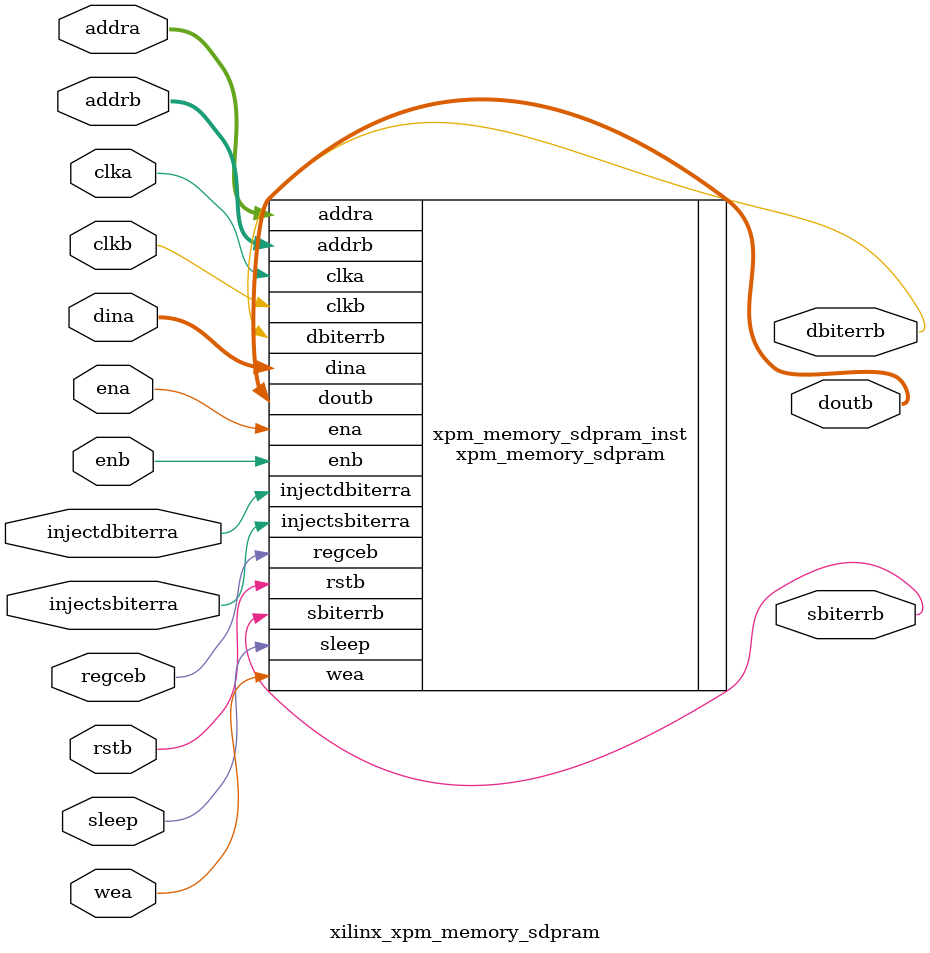
<source format=sv>
/*
xilinx_xpm_memory_sdpram#(
    .MEMORY_SIZE                     (2048          ),// DECIMAL
    .ADDR_WIDTH_A                    (6             ),// DECIMAL
    .ADDR_WIDTH_B                    (6             ),// DECIMAL
    .WRITE_DATA_WIDTH_A              (32            ),// DECIMAL
    .BYTE_WRITE_WIDTH_A              (32            ),// DECIMAL
    .READ_DATA_WIDTH_B               (32            ),// DECIMAL
    .READ_LATENCY_B                  (2             ),// DECIMAL
    .READ_RESET_VALUE_B              ("0"           ),// String
    .WRITE_MODE_B                    ("no_change"   ),// String
    .WRITE_PROTECT                   (1             ) // DECIMAL
   )xilinx_xpm_memory_sdpram_dut(
        .clka               (),//input   wire                                                
        .addra              (),//input   wire    [ADDR_WIDTH_A-1:0]                          
        .dina               (),//input   wire    [WRITE_DATA_WIDTH_A-1:0]                    
        .ena                (),//input   wire                                                
        .wea                (),//input   wire    [WRITE_DATA_WIDTH_A/BYTE_WRITE_WIDTH_A-1:0] 

        .clkb               (),//input   wire                                                
        .addrb              (),//input   wire    [ADDR_WIDTH_B-1:0]                          
        .doutb              (),//output  wire    [WRITE_DATA_WIDTH_B-1:0]                    
        .enb                (),//input   wire                                                

        .dbiterrb           (),//output  wire                                                
        .sbiterrb           (),//output  wire                                                
        .injectdbiterra     (),//input   wire                                                
        .injectsbiterra     (),//input   wire                                                
        .regceb             (),//input   wire                                                
        .rstb               (),//input   wire                                                
        .sleep              () //input   wire                                                
);
*/
module xilinx_xpm_memory_sdpram#(
    parameter CASCADE_HEIGHT                  =0,// DECIMAL
    parameter CLOCKING_MODE                   ="common_clock",// String
    parameter ECC_MODE                        ="no_ecc",// String
    parameter MEMORY_INIT_FILE                ="none",// String
    parameter MEMORY_INIT_PARAM               ="0",// String
    parameter MEMORY_OPTIMIZATION             ="true",// String
    parameter MEMORY_PRIMITIVE                ="auto",// String
    parameter MESSAGE_CONTROL                 =0,// DECIMAL
    parameter RST_MODE_A                      ="SYNC",// String
    parameter RST_MODE_B                      ="SYNC",// String
    parameter SIM_ASSERT_CHK                  =0,// DECIMAL; 0=disable simulation messages, 1=enable simulation messages
    parameter USE_EMBEDDED_CONSTRAINT         =0,// DECIMAL
    parameter USE_MEM_INIT                    =1,// DECIMAL
    parameter USE_MEM_INIT_MMI                =0,// DECIMAL
    parameter WAKEUP_TIME                     ="disable_sleep",// String
    parameter AUTO_SLEEP_TIME                 =0,// DECIMAL
    parameter MEMORY_SIZE                     =2048,// DECIMAL
    parameter ADDR_WIDTH_A                    =6,// DECIMAL
    parameter ADDR_WIDTH_B                    =6,// DECIMAL
    parameter WRITE_DATA_WIDTH_A              =32,// DECIMAL
    parameter BYTE_WRITE_WIDTH_A              =32,// DECIMAL
    parameter READ_DATA_WIDTH_B               =32,// DECIMAL
    parameter READ_LATENCY_B                  =2,// DECIMAL
    parameter READ_RESET_VALUE_B              ="0",// String
    parameter WRITE_MODE_B                    ="no_change",// String
    parameter WRITE_PROTECT                   =1// DECIMAL
   )(
        input   wire                                                clka    ,
        input   wire    [ADDR_WIDTH_A-1:0]                          addra   ,
        input   wire    [WRITE_DATA_WIDTH_A-1:0]                    dina    ,
        input   wire                                                ena     ,
        input   wire    [WRITE_DATA_WIDTH_A/BYTE_WRITE_WIDTH_A-1:0] wea     ,

        input   wire                                                clkb    ,
        input   wire    [ADDR_WIDTH_B-1:0]                          addrb   ,
        output  wire    [READ_DATA_WIDTH_B-1:0]                     doutb   ,
        input   wire                                                enb     ,

        output  wire                                                dbiterrb        ,
        output  wire                                                sbiterrb        ,
        input   wire                                                injectdbiterra  ,
        input   wire                                                injectsbiterra  ,
        input   wire                                                regceb          ,
        input   wire                                                rstb            ,
        input   wire                                                sleep            
);
// XPM_MEMORY instantiation template for Simple Dual Port RAM configurations
// Refer to the targeted device family architecture libraries guide for XPM_MEMORY documentation
// =======================================================================================================================

// Parameter usage table, organized as follows:
// +---------------------------------------------------------------------------------------------------------------------+
// | Parameter name       | Data type          | Restrictions, if applicable                                             |
// |---------------------------------------------------------------------------------------------------------------------|
// | Description                                                                                                         |
// +---------------------------------------------------------------------------------------------------------------------+
// +---------------------------------------------------------------------------------------------------------------------+
// | ADDR_WIDTH_A         | Integer            | Range: 1 - 20. Default value = 6.                                       |
// |---------------------------------------------------------------------------------------------------------------------|
// | Specify the width of the port A address port addra, in bits.                                                        |
// | Must be large enough to access the entire memory from port A, i.e. &gt;= $clog2(MEMORY_SIZE/WRITE_DATA_WIDTH_A).    |
// +---------------------------------------------------------------------------------------------------------------------+
// | ADDR_WIDTH_B         | Integer            | Range: 1 - 20. Default value = 6.                                       |
// |---------------------------------------------------------------------------------------------------------------------|
// | Specify the width of the port B address port addrb, in bits.                                                        |
// | Must be large enough to access the entire memory from port B, i.e. &gt;= $clog2(MEMORY_SIZE/READ_DATA_WIDTH_B).     |
// +---------------------------------------------------------------------------------------------------------------------+
// | AUTO_SLEEP_TIME      | Integer            | Range: 0 - 15. Default value = 0.                                       |
// |---------------------------------------------------------------------------------------------------------------------|
// | Number of clk[a|b] cycles to auto-sleep, if feature is available in architecture.                                   |
// |                                                                                                                     |
// |   0 - Disable auto-sleep feature                                                                                    |
// |   3-15 - Number of auto-sleep latency cycles                                                                        |
// |                                                                                                                     |
// | Do not change from the value provided in the template instantiation.                                                |
// +---------------------------------------------------------------------------------------------------------------------+
// | BYTE_WRITE_WIDTH_A   | Integer            | Range: 1 - 4608. Default value = 32.                                    |
// |---------------------------------------------------------------------------------------------------------------------|
// | To enable byte-wide writes on port A, specify the byte width, in bits.                                              |
// |                                                                                                                     |
// |   8- 8-bit byte-wide writes, legal when WRITE_DATA_WIDTH_A is an integer multiple of 8                              |
// |   9- 9-bit byte-wide writes, legal when WRITE_DATA_WIDTH_A is an integer multiple of 9                              |
// |                                                                                                                     |
// | Or to enable word-wide writes on port A, specify the same value as for WRITE_DATA_WIDTH_A.                          |
// +---------------------------------------------------------------------------------------------------------------------+
// | CASCADE_HEIGHT       | Integer            | Range: 0 - 64. Default value = 0.                                       |
// |---------------------------------------------------------------------------------------------------------------------|
// | 0- No Cascade Height, Allow Vivado Synthesis to choose.                                                             |
// | 1 or more - Vivado Synthesis sets the specified value as Cascade Height.                                            |
// +---------------------------------------------------------------------------------------------------------------------+
// | CLOCKING_MODE        | String             | Allowed values: common_clock, independent_clock. Default value = common_clock.|
// |---------------------------------------------------------------------------------------------------------------------|
// | Designate whether port A and port B are clocked with a common clock or with independent clocks.                     |
// |                                                                                                                     |
// |   "common_clock"- Common clocking; clock both port A and port B with clka                                           |
// |   "independent_clock"- Independent clocking; clock port A with clka and port B with clkb                            |
// +---------------------------------------------------------------------------------------------------------------------+
// | ECC_MODE             | String             | Allowed values: no_ecc, both_encode_and_decode, decode_only, encode_only. Default value = no_ecc.|
// |---------------------------------------------------------------------------------------------------------------------|
// |                                                                                                                     |
// |   "no_ecc" - Disables ECC                                                                                           |
// |   "encode_only" - Enables ECC Encoder only                                                                          |
// |   "decode_only" - Enables ECC Decoder only                                                                          |
// |   "both_encode_and_decode" - Enables both ECC Encoder and Decoder                                                   |
// +---------------------------------------------------------------------------------------------------------------------+
// | MEMORY_INIT_FILE     | String             | Default value = none.                                                   |
// |---------------------------------------------------------------------------------------------------------------------|
// | Specify "none" (including quotes) for no memory initialization, or specify the name of a memory initialization file.|
// | Enter only the name of the file with .mem extension, including quotes but without path (e.g. "my_file.mem").        |
// | File format must be ASCII and consist of only hexadecimal values organized into the specified depth by              |
// | narrowest data width generic value of the memory. Initialization of memory happens through the file name specified only|
// | when parameter MEMORY_INIT_PARAM value is equal to "".                                                              |
// | When using XPM_MEMORY in a project, add the specified file to the Vivado project as a design source.                |
// +---------------------------------------------------------------------------------------------------------------------+
// | MEMORY_INIT_PARAM    | String             | Default value = 0.                                                      |
// |---------------------------------------------------------------------------------------------------------------------|
// | Specify "" or "0" (including quotes) for no memory initialization through parameter, or specify the string          |
// | containing the hex characters. Enter only hex characters with each location separated by delimiter (,).             |
// | Parameter format must be ASCII and consist of only hexadecimal values organized into the specified depth by         |
// | narrowest data width generic value of the memory.For example, if the narrowest data width is 8, and the depth of    |
// | memory is 8 locations, then the parameter value should be passed as shown below.                                    |
// | parameter MEMORY_INIT_PARAM = "AB,CD,EF,1,2,34,56,78"                                                               |
// | Where "AB" is the 0th location and "78" is the 7th location.                                                        |
// +---------------------------------------------------------------------------------------------------------------------+
// | MEMORY_OPTIMIZATION  | String             | Allowed values: true, false. Default value = true.                      |
// |---------------------------------------------------------------------------------------------------------------------|
// | Specify "true" to enable the optimization of unused memory or bits in the memory structure. Specify "false" to      |
// | disable the optimization of unused memory or bits in the memory structure.                                          |
// +---------------------------------------------------------------------------------------------------------------------+
// | MEMORY_PRIMITIVE     | String             | Allowed values: auto, block, distributed, mixed, ultra. Default value = auto.|
// |---------------------------------------------------------------------------------------------------------------------|
// | Designate the memory primitive (resource type) to use.                                                              |
// |                                                                                                                     |
// |   "auto"- Allow Vivado Synthesis to choose                                                                          |
// |   "distributed"- Distributed memory                                                                                 |
// |   "block"- Block memory                                                                                             |
// |   "ultra"- Ultra RAM memory                                                                                         |
// |   "mixed"- Mixed memory                                                                                             |
// |                                                                                                                     |
// | NOTE: There may be a behavior mismatch if Block RAM or Ultra RAM specific features, like ECC or Asymmetry, are selected with MEMORY_PRIMITIVE set to "auto".|
// +---------------------------------------------------------------------------------------------------------------------+
// | MEMORY_SIZE          | Integer            | Range: 2 - 150994944. Default value = 2048.                             |
// |---------------------------------------------------------------------------------------------------------------------|
// | Specify the total memory array size, in bits. For example, enter 65536 for a 2kx32 RAM.                             |
// |                                                                                                                     |
// |   When ECC is enabled and set to "encode_only", then the memory size has to be multiples of READ_DATA_WIDTH_B       |
// |   When ECC is enabled and set to "decode_only", then the memory size has to be multiples of WRITE_DATA_WIDTH_A      |
// +---------------------------------------------------------------------------------------------------------------------+
// | MESSAGE_CONTROL      | Integer            | Range: 0 - 1. Default value = 0.                                        |
// |---------------------------------------------------------------------------------------------------------------------|
// | Specify 1 to enable the dynamic message reporting such as collision warnings, and 0 to disable the message reporting|
// +---------------------------------------------------------------------------------------------------------------------+
// | READ_DATA_WIDTH_B    | Integer            | Range: 1 - 4608. Default value = 32.                                    |
// |---------------------------------------------------------------------------------------------------------------------|
// | Specify the width of the port B read data output port doutb, in bits.                                               |
// |                                                                                                                     |
// |   When ECC is enabled and set to "encode_only", then READ_DATA_WIDTH_B has to be multiples of 72-bits               |
// |   When ECC is enabled and set to "decode_only" or "both_encode_and_decode", then READ_DATA_WIDTH_B has to be        |
// | multiples of 64-bits                                                                                                |
// +---------------------------------------------------------------------------------------------------------------------+
// | READ_LATENCY_B       | Integer            | Range: 0 - 100. Default value = 2.                                      |
// |---------------------------------------------------------------------------------------------------------------------|
// | Specify the number of register stages in the port B read data pipeline. Read data output to port doutb takes this   |
// | number of clkb cycles (clka when CLOCKING_MODE is "common_clock").                                                  |
// | To target block memory, a value of 1 or larger is required- 1 causes use of memory latch only; 2 causes use of      |
// | output register. To target distributed memory, a value of 0 or larger is required- 0 indicates combinatorial output.|
// | Values larger than 2 synthesize additional flip-flops that are not retimed into memory primitives.                  |
// +---------------------------------------------------------------------------------------------------------------------+
// | READ_RESET_VALUE_B   | String             | Default value = 0.                                                      |
// |---------------------------------------------------------------------------------------------------------------------|
// | Specify the reset value of the port B final output register stage in response to rstb input port is assertion.      |
// | As this parameter is a string, please specify the hex values inside double quotes. As an example,                   |
// | If the read data width is 8, then specify READ_RESET_VALUE_B = "EA";                                                |
// | When ECC is enabled, reset value is not supported.                                                                  |
// +---------------------------------------------------------------------------------------------------------------------+
// | RST_MODE_A           | String             | Allowed values: SYNC, ASYNC. Default value = SYNC.                      |
// |---------------------------------------------------------------------------------------------------------------------|
// | Describes the behaviour of the reset                                                                                |
// |                                                                                                                     |
// |   "SYNC" - when reset is applied, synchronously resets output port douta to the value specified by parameter READ_RESET_VALUE_A|
// |   "ASYNC" - when reset is applied, asynchronously resets output port douta to zero                                  |
// +---------------------------------------------------------------------------------------------------------------------+
// | RST_MODE_B           | String             | Allowed values: SYNC, ASYNC. Default value = SYNC.                      |
// |---------------------------------------------------------------------------------------------------------------------|
// | Describes the behaviour of the reset                                                                                |
// |                                                                                                                     |
// |   "SYNC" - when reset is applied, synchronously resets output port doutb to the value specified by parameter READ_RESET_VALUE_B|
// |   "ASYNC" - when reset is applied, asynchronously resets output port doutb to zero                                  |
// +---------------------------------------------------------------------------------------------------------------------+
// | SIM_ASSERT_CHK       | Integer            | Range: 0 - 1. Default value = 0.                                        |
// |---------------------------------------------------------------------------------------------------------------------|
// | 0- Disable simulation message reporting. Messages related to potential misuse will not be reported.                 |
// | 1- Enable simulation message reporting. Messages related to potential misuse will be reported.                      |
// +---------------------------------------------------------------------------------------------------------------------+
// | USE_EMBEDDED_CONSTRAINT| Integer            | Range: 0 - 1. Default value = 0.                                        |
// |---------------------------------------------------------------------------------------------------------------------|
// | Specify 1 to enable the set_false_path constraint addition between clka of Distributed RAM and doutb_reg on clkb    |
// +---------------------------------------------------------------------------------------------------------------------+
// | USE_MEM_INIT         | Integer            | Range: 0 - 1. Default value = 1.                                        |
// |---------------------------------------------------------------------------------------------------------------------|
// | Specify 1 to enable the generation of below message and 0 to disable generation of the following message completely.|
// | "INFO - MEMORY_INIT_FILE and MEMORY_INIT_PARAM together specifies no memory initialization.                         |
// | Initial memory contents will be all 0s."                                                                            |
// | NOTE: This message gets generated only when there is no Memory Initialization specified either through file or      |
// | Parameter.                                                                                                          |
// +---------------------------------------------------------------------------------------------------------------------+
// | USE_MEM_INIT_MMI     | Integer            | Range: 0 - 1. Default value = 0.                                        |
// |---------------------------------------------------------------------------------------------------------------------|
// | Specify 1 to expose this memory information to be written out in the MMI file.                                      |
// +---------------------------------------------------------------------------------------------------------------------+
// | WAKEUP_TIME          | String             | Allowed values: disable_sleep, use_sleep_pin. Default value = disable_sleep.|
// |---------------------------------------------------------------------------------------------------------------------|
// | Specify "disable_sleep" to disable dynamic power saving option, and specify "use_sleep_pin" to enable the           |
// | dynamic power saving option                                                                                         |
// +---------------------------------------------------------------------------------------------------------------------+
// | WRITE_DATA_WIDTH_A   | Integer            | Range: 1 - 4608. Default value = 32.                                    |
// |---------------------------------------------------------------------------------------------------------------------|
// | Specify the width of the port A write data input port dina, in bits.                                                |
// | The values of WRITE_DATA_WIDTH_A and READ_DATA_WIDTH_A must be equal.                                               |
// | When ECC is enabled and set to "encode_only" or "both_encode_and_decode", then WRITE_DATA_WIDTH_A must be           |
// | multiples of 64-bits.                                                                                               |
// | When ECC is enabled and set to "decode_only", then WRITE_DATA_WIDTH_A must be multiples of 72-bits.                 |
// +---------------------------------------------------------------------------------------------------------------------+
// | WRITE_MODE_B         | String             | Allowed values: no_change, read_first, write_first. Default value = no_change.|
// |---------------------------------------------------------------------------------------------------------------------|
// | Write mode behavior for port B output data port, doutb.                                                             |
// +---------------------------------------------------------------------------------------------------------------------+
// | WRITE_PROTECT        | Integer            | Range: 0 - 1. Default value = 1.                                        |
// |---------------------------------------------------------------------------------------------------------------------|
// | Default value is 1, means write is protected through enable and write enable and hence the LUT is placed before the memory. This is the default behaviour to access memory.|
// | When 0, disables write protection. Write enable (WE) directly connected to memory.                                  |
// | NOTE: Disable this option only if the advanced users can guarantee that the write enable (WE) cannot be given without enable (EN).|
// +---------------------------------------------------------------------------------------------------------------------+

// Port usage table, organized as follows:
// +---------------------------------------------------------------------------------------------------------------------+
// | Port name      | Direction | Size, in bits                         | Domain  | Sense       | Handling if unused     |
// |---------------------------------------------------------------------------------------------------------------------|
// | Description                                                                                                         |
// +---------------------------------------------------------------------------------------------------------------------+
// +---------------------------------------------------------------------------------------------------------------------+
// | addra          | Input     | ADDR_WIDTH_A                          | clka    | NA          | Required               |
// |---------------------------------------------------------------------------------------------------------------------|
// | Address for port A write operations.                                                                                |
// +---------------------------------------------------------------------------------------------------------------------+
// | addrb          | Input     | ADDR_WIDTH_B                          | clkb    | NA          | Required               |
// |---------------------------------------------------------------------------------------------------------------------|
// | Address for port B read operations.                                                                                 |
// +---------------------------------------------------------------------------------------------------------------------+
// | clka           | Input     | 1                                     | NA      | Rising edge | Required               |
// |---------------------------------------------------------------------------------------------------------------------|
// | Clock signal for port A. Also clocks port B when parameter CLOCKING_MODE is "common_clock".                         |
// +---------------------------------------------------------------------------------------------------------------------+
// | clkb           | Input     | 1                                     | NA      | Rising edge | Required               |
// |---------------------------------------------------------------------------------------------------------------------|
// | Clock signal for port B when parameter CLOCKING_MODE is "independent_clock".                                        |
// | Unused when parameter CLOCKING_MODE is "common_clock".                                                              |
// +---------------------------------------------------------------------------------------------------------------------+
// | dbiterrb       | Output    | 1                                     | clkb    | Active-high | DoNotCare              |
// |---------------------------------------------------------------------------------------------------------------------|
// | Status signal to indicate double bit error occurrence on the data output of port B.                                 |
// +---------------------------------------------------------------------------------------------------------------------+
// | dina           | Input     | WRITE_DATA_WIDTH_A                    | clka    | NA          | Required               |
// |---------------------------------------------------------------------------------------------------------------------|
// | Data input for port A write operations.                                                                             |
// +---------------------------------------------------------------------------------------------------------------------+
// | doutb          | Output    | READ_DATA_WIDTH_B                     | clkb    | NA          | Required               |
// |---------------------------------------------------------------------------------------------------------------------|
// | Data output for port B read operations.                                                                             |
// +---------------------------------------------------------------------------------------------------------------------+
// | ena            | Input     | 1                                     | clka    | Active-high | Required               |
// |---------------------------------------------------------------------------------------------------------------------|
// | Memory enable signal for port A.                                                                                    |
// | Must be high on clock cycles when write operations are initiated. Pipelined internally.                             |
// +---------------------------------------------------------------------------------------------------------------------+
// | enb            | Input     | 1                                     | clkb    | Active-high | Required               |
// |---------------------------------------------------------------------------------------------------------------------|
// | Memory enable signal for port B.                                                                                    |
// | Must be high on clock cycles when read operations are initiated. Pipelined internally.                              |
// +---------------------------------------------------------------------------------------------------------------------+
// | injectdbiterra | Input     | 1                                     | clka    | Active-high | Tie to 1'b0            |
// |---------------------------------------------------------------------------------------------------------------------|
// | Controls double bit error injection on input data when ECC enabled (Error injection capability is not available in  |
// | "decode_only" mode).                                                                                                |
// +---------------------------------------------------------------------------------------------------------------------+
// | injectsbiterra | Input     | 1                                     | clka    | Active-high | Tie to 1'b0            |
// |---------------------------------------------------------------------------------------------------------------------|
// | Controls single bit error injection on input data when ECC enabled (Error injection capability is not available in  |
// | "decode_only" mode).                                                                                                |
// +---------------------------------------------------------------------------------------------------------------------+
// | regceb         | Input     | 1                                     | clkb    | Active-high | Tie to 1'b1            |
// |---------------------------------------------------------------------------------------------------------------------|
// | Clock Enable for the last register stage on the output data path.                                                   |
// +---------------------------------------------------------------------------------------------------------------------+
// | rstb           | Input     | 1                                     | clkb    | Active-high | Required               |
// |---------------------------------------------------------------------------------------------------------------------|
// | Reset signal for the final port B output register stage.                                                            |
// | Synchronously resets output port doutb to the value specified by parameter READ_RESET_VALUE_B.                      |
// +---------------------------------------------------------------------------------------------------------------------+
// | sbiterrb       | Output    | 1                                     | clkb    | Active-high | DoNotCare              |
// |---------------------------------------------------------------------------------------------------------------------|
// | Status signal to indicate single bit error occurrence on the data output of port B.                                 |
// +---------------------------------------------------------------------------------------------------------------------+
// | sleep          | Input     | 1                                     | NA      | Active-high | Tie to 1'b0            |
// |---------------------------------------------------------------------------------------------------------------------|
// | sleep signal to enable the dynamic power saving feature.                                                            |
// +---------------------------------------------------------------------------------------------------------------------+
// | wea            | Input     | WRITE_DATA_WIDTH_A/BYTE_WRITE_WIDTH_A | clka    | Active-high | Required               |
// |---------------------------------------------------------------------------------------------------------------------|
// | Write enable vector for port A input data port dina. 1 bit wide when word-wide writes are used.                     |
// | In byte-wide write configurations, each bit controls the writing one byte of dina to address addra.                 |
// | For example, to synchronously write only bits [15-8] of dina when WRITE_DATA_WIDTH_A is 32, wea would be 4'b0010.   |
// +---------------------------------------------------------------------------------------------------------------------+


// xpm_memory_sdpram : In order to incorporate this function into the design,
//      Verilog      : the following instance declaration needs to be placed
//     instance      : in the body of the design code.  The instance name
//    declaration    : (xpm_memory_sdpram_inst) and/or the port declarations within the
//       code        : parenthesis may be changed to properly reference and
//                   : connect this function to the design.  All inputs
//                   : and outputs must be connected.

//  Please reference the appropriate libraries guide for additional information on the XPM modules.

//  <-----Cut code below this line---->

   // xpm_memory_sdpram: Simple Dual Port RAM
   // Xilinx Parameterized Macro, version 2022.2

   xpm_memory_sdpram #(
      .CASCADE_HEIGHT                  (CASCADE_HEIGHT                  ),// DECIMAL
      .CLOCKING_MODE                   (CLOCKING_MODE                   ),// DECIMAL
      .ECC_MODE                        (ECC_MODE                        ),// DECIMAL
      .MEMORY_INIT_FILE                (MEMORY_INIT_FILE                ),// DECIMAL
      .MEMORY_INIT_PARAM               (MEMORY_INIT_PARAM               ),// DECIMAL
      .MEMORY_OPTIMIZATION             (MEMORY_OPTIMIZATION             ),// String
      .MEMORY_PRIMITIVE                (MEMORY_PRIMITIVE                ),// String
      .MESSAGE_CONTROL                 (MESSAGE_CONTROL                 ),// String
      .RST_MODE_A                      (RST_MODE_A                      ),// String
      .RST_MODE_B                      (RST_MODE_B                      ),// String
      .SIM_ASSERT_CHK                  (SIM_ASSERT_CHK                  ),// String
      .USE_EMBEDDED_CONSTRAINT         (USE_EMBEDDED_CONSTRAINT         ),// DECIMAL
      .USE_MEM_INIT                    (USE_MEM_INIT                    ),// DECIMAL
      .USE_MEM_INIT_MMI                (USE_MEM_INIT_MMI                ),// DECIMAL
      .WAKEUP_TIME                     (WAKEUP_TIME                     ),// DECIMAL
      .AUTO_SLEEP_TIME                 (AUTO_SLEEP_TIME                 ),// String
      .MEMORY_SIZE                     (MEMORY_SIZE                     ),// String
      .ADDR_WIDTH_A                    (ADDR_WIDTH_A                    ),// String
      .ADDR_WIDTH_B                    (ADDR_WIDTH_B                    ),// DECIMAL; 0=disable simulation messages, 1=enable simulation messages
      .WRITE_DATA_WIDTH_A              (WRITE_DATA_WIDTH_A              ),// DECIMAL
      .BYTE_WRITE_WIDTH_A              (BYTE_WRITE_WIDTH_A              ),// DECIMAL
      .READ_DATA_WIDTH_B               (READ_DATA_WIDTH_B               ),// DECIMAL
      .READ_LATENCY_B                  (READ_LATENCY_B                  ),// String
      .READ_RESET_VALUE_B              (READ_RESET_VALUE_B              ),// DECIMAL
      .WRITE_MODE_B                    (WRITE_MODE_B                    ),// String
      .WRITE_PROTECT                   (WRITE_PROTECT                   ) // DECIMAL
   )
   xpm_memory_sdpram_inst (
      .dbiterrb(dbiterrb),             // 1-bit output: Status signal to indicate double bit error occurrence
                                       // on the data output of port B.

      .doutb(doutb),                   // READ_DATA_WIDTH_B-bit output: Data output for port B read operations.
      .sbiterrb(sbiterrb),             // 1-bit output: Status signal to indicate single bit error occurrence
                                       // on the data output of port B.

      .addra(addra),                   // ADDR_WIDTH_A-bit input: Address for port A write operations.
      .addrb(addrb),                   // ADDR_WIDTH_B-bit input: Address for port B read operations.
      .clka(clka),                     // 1-bit input: Clock signal for port A. Also clocks port B when
                                       // parameter CLOCKING_MODE is "common_clock".

      .clkb(clkb),                     // 1-bit input: Clock signal for port B when parameter CLOCKING_MODE is
                                       // "independent_clock". Unused when parameter CLOCKING_MODE is
                                       // "common_clock".

      .dina(dina),                     // WRITE_DATA_WIDTH_A-bit input: Data input for port A write operations.
      .ena(ena),                       // 1-bit input: Memory enable signal for port A. Must be high on clock
                                       // cycles when write operations are initiated. Pipelined internally.

      .enb(enb),                       // 1-bit input: Memory enable signal for port B. Must be high on clock
                                       // cycles when read operations are initiated. Pipelined internally.

      .injectdbiterra(injectdbiterra), // 1-bit input: Controls double bit error injection on input data when
                                       // ECC enabled (Error injection capability is not available in
                                       // "decode_only" mode).

      .injectsbiterra(injectsbiterra), // 1-bit input: Controls single bit error injection on input data when
                                       // ECC enabled (Error injection capability is not available in
                                       // "decode_only" mode).

      .regceb(regceb),                 // 1-bit input: Clock Enable for the last register stage on the output
                                       // data path.

      .rstb(rstb),                     // 1-bit input: Reset signal for the final port B output register stage.
                                       // Synchronously resets output port doutb to the value specified by
                                       // parameter READ_RESET_VALUE_B.

      .sleep(sleep),                   // 1-bit input: sleep signal to enable the dynamic power saving feature.
      .wea(wea)                        // WRITE_DATA_WIDTH_A/BYTE_WRITE_WIDTH_A-bit input: Write enable vector
                                       // for port A input data port dina. 1 bit wide when word-wide writes are
                                       // used. In byte-wide write configurations, each bit controls the
                                       // writing one byte of dina to address addra. For example, to
                                       // synchronously write only bits [15-8] of dina when WRITE_DATA_WIDTH_A
                                       // is 32, wea would be 4'b0010.

   );

   // End of xpm_memory_sdpram_inst instantiation
				
				
endmodule
</source>
